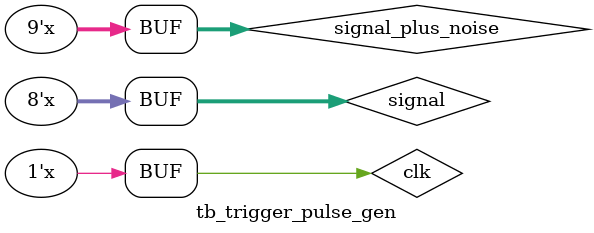
<source format=v>
`timescale 1ns/100ps
module tb_trigger_pulse_gen();

reg clk = 1;
reg [7:0] noise = 0; 
reg [7:0] signal = 0;

wire [8:0] signal_plus_noise;
wire [7:0] sample_gen;

assign signal_plus_noise = noise + signal;
assign sample_gen = signal_plus_noise[8]?255:signal_plus_noise[7:0];


always #5
	begin
	clk = ~clk;
	noise = $urandom%20;
	signal = signal+1;
	end 


trigger_pulse_gen u0
(
	.clk(clk),
	.sample(sample_gen),
	.threshold(220),
	.direction(1),
	.trigger()
);

endmodule 
</source>
